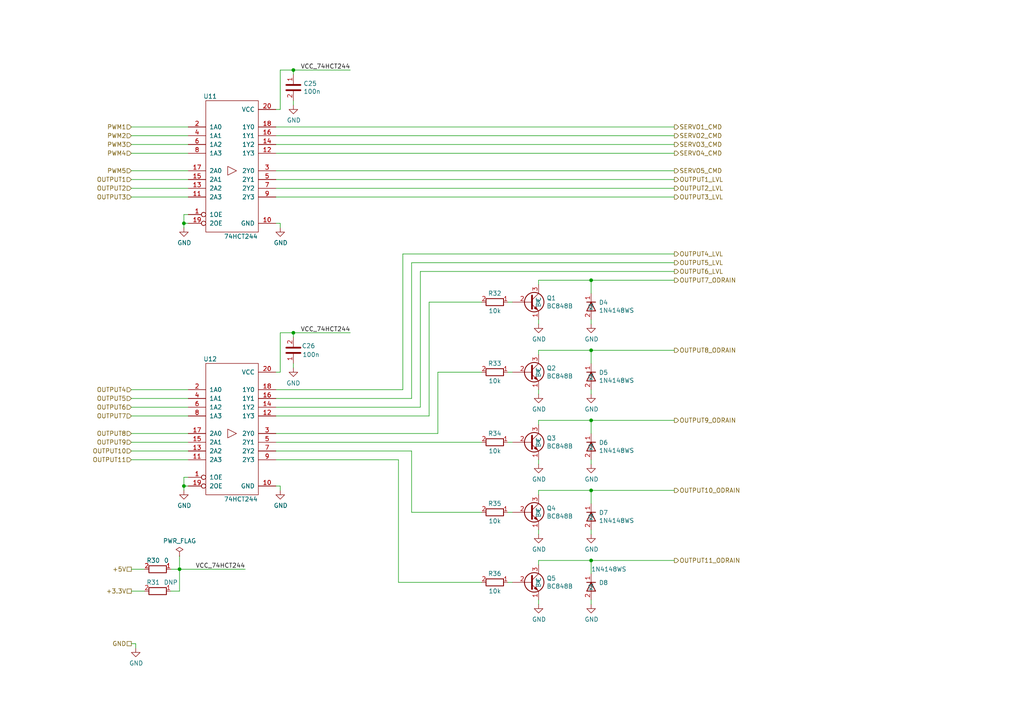
<source format=kicad_sch>
(kicad_sch (version 20211123) (generator eeschema)
  (paper "A4")
  (lib_symbols
    (symbol "74HCT244_1" (pin_names (offset 1.016))
      (property "Reference" "U" (at -6.35 21.59 0))
      (property "Value" "74HCT244_1" (at 2.54 -19.05 0))
      (symbol "74HCT244_1_0_1"
        (rectangle (start 7.62 20.32) (end -7.62 -17.78))
      )
      (symbol "74HCT244_1_1_1"
        (polyline (pts (xy 1.27 0) (xy -1.27 1.27) (xy -1.27 -1.27) (xy 1.27 0)) (stroke (width 0.1524)))
        (pin input inverted (at -12.7 -12.7 0) (length 5.08) (name "1OE") (number "1"))
        (pin passive line (at 12.7 -15.24 180) (length 5.08) (name "GND") (number "10"))
        (pin input line (at -12.7 -7.62 0) (length 5.08) (name "2A3") (number "11"))
        (pin tri_state line (at 12.7 5.08 180) (length 5.08) (name "1Y3") (number "12"))
        (pin input line (at -12.7 -5.08 0) (length 5.08) (name "2A2") (number "13"))
        (pin tri_state line (at 12.7 7.62 180) (length 5.08) (name "1Y2") (number "14"))
        (pin input line (at -12.7 -2.54 0) (length 5.08) (name "2A1") (number "15"))
        (pin tri_state line (at 12.7 10.16 180) (length 5.08) (name "1Y1") (number "16"))
        (pin input line (at -12.7 0 0) (length 5.08) (name "2A0") (number "17"))
        (pin tri_state line (at 12.7 12.7 180) (length 5.08) (name "1Y0") (number "18"))
        (pin input inverted (at -12.7 -15.24 0) (length 5.08) (name "2OE") (number "19"))
        (pin input line (at -12.7 12.7 0) (length 5.08) (name "1A0") (number "2"))
        (pin power_in line (at 12.7 17.78 180) (length 5.08) (name "VCC") (number "20"))
        (pin tri_state line (at 12.7 0 180) (length 5.08) (name "2Y0") (number "3"))
        (pin input line (at -12.7 10.16 0) (length 5.08) (name "1A1") (number "4"))
        (pin tri_state line (at 12.7 -2.54 180) (length 5.08) (name "2Y1") (number "5"))
        (pin input line (at -12.7 7.62 0) (length 5.08) (name "1A2") (number "6"))
        (pin tri_state line (at 12.7 -5.08 180) (length 5.08) (name "2Y2") (number "7"))
        (pin input line (at -12.7 5.08 0) (length 5.08) (name "1A3") (number "8"))
        (pin tri_state line (at 12.7 -7.62 180) (length 5.08) (name "2Y3") (number "9"))
      )
    )
    (symbol "p_Diode:1N4148WS" (pin_names (offset 1.016))
      (property "Reference" "D" (at 0 3.81 0))
      (property "Value" "1N4148WS" (at 0 -2.54 0))
      (symbol "1N4148WS_1_1"
        (polyline (pts (xy -1.27 1.27) (xy -1.27 -1.27)) (stroke (width 0.254)))
        (polyline (pts (xy 1.27 0) (xy -1.27 0)))
        (polyline (pts (xy 1.27 1.27) (xy 1.27 -1.27) (xy -1.27 0) (xy 1.27 1.27)) (stroke (width 0.254)))
        (pin passive line (at -3.81 0 0) (length 2.54) (name "K") (number "1"))
        (pin passive line (at 3.81 0 180) (length 2.54) (name "A") (number "2"))
      )
    )
    (symbol "p_Logic:74HCT244" (pin_names (offset 1.016))
      (property "Reference" "U" (at -6.35 21.59 0))
      (property "Value" "74HCT244" (at 2.54 -19.05 0))
      (symbol "74HCT244_0_1"
        (rectangle (start 7.62 20.32) (end -7.62 -17.78))
      )
      (symbol "74HCT244_1_1"
        (polyline (pts (xy 1.27 0) (xy -1.27 1.27) (xy -1.27 -1.27) (xy 1.27 0)) (stroke (width 0.1524)))
        (pin input inverted (at -12.7 -12.7 0) (length 5.08) (name "1OE") (number "1"))
        (pin passive line (at 12.7 -15.24 180) (length 5.08) (name "GND") (number "10"))
        (pin input line (at -12.7 -7.62 0) (length 5.08) (name "2A3") (number "11"))
        (pin tri_state line (at 12.7 5.08 180) (length 5.08) (name "1Y3") (number "12"))
        (pin input line (at -12.7 -5.08 0) (length 5.08) (name "2A2") (number "13"))
        (pin tri_state line (at 12.7 7.62 180) (length 5.08) (name "1Y2") (number "14"))
        (pin input line (at -12.7 -2.54 0) (length 5.08) (name "2A1") (number "15"))
        (pin tri_state line (at 12.7 10.16 180) (length 5.08) (name "1Y1") (number "16"))
        (pin input line (at -12.7 0 0) (length 5.08) (name "2A0") (number "17"))
        (pin tri_state line (at 12.7 12.7 180) (length 5.08) (name "1Y0") (number "18"))
        (pin input inverted (at -12.7 -15.24 0) (length 5.08) (name "2OE") (number "19"))
        (pin input line (at -12.7 12.7 0) (length 5.08) (name "1A0") (number "2"))
        (pin power_in line (at 12.7 17.78 180) (length 5.08) (name "VCC") (number "20"))
        (pin tri_state line (at 12.7 0 180) (length 5.08) (name "2Y0") (number "3"))
        (pin input line (at -12.7 10.16 0) (length 5.08) (name "1A1") (number "4"))
        (pin tri_state line (at 12.7 -2.54 180) (length 5.08) (name "2Y1") (number "5"))
        (pin input line (at -12.7 7.62 0) (length 5.08) (name "1A2") (number "6"))
        (pin tri_state line (at 12.7 -5.08 180) (length 5.08) (name "2Y2") (number "7"))
        (pin input line (at -12.7 5.08 0) (length 5.08) (name "1A3") (number "8"))
        (pin tri_state line (at 12.7 -7.62 180) (length 5.08) (name "2Y3") (number "9"))
      )
    )
    (symbol "p_Passive:C_0603" (pin_names (offset 0) hide)
      (property "Reference" "C" (at 0 0 0))
      (property "Value" "C_0603" (at 0 0 0))
      (symbol "C_0603_1_1"
        (polyline (pts (xy -2.032 -0.762) (xy 2.032 -0.762)) (stroke (width 0.508)))
        (polyline (pts (xy -2.032 0.762) (xy 2.032 0.762)) (stroke (width 0.508)))
        (pin passive line (at 0 3.81 270) (length 2.794) (name "~") (number "1"))
        (pin passive line (at 0 -3.81 90) (length 2.794) (name "~") (number "2"))
      )
    )
    (symbol "p_Passive:R_0603" (pin_names (offset 0) hide)
      (property "Reference" "R" (at 0 0 0))
      (property "Value" "R_0603" (at 0 0 0))
      (symbol "R_0603_1_1"
        (rectangle (start -1.016 -2.54) (end 1.016 2.54) (stroke (width 0.254)))
        (pin passive line (at 0 3.81 270) (length 1.27) (name "~") (number "1"))
        (pin passive line (at 0 -3.81 90) (length 1.27) (name "~") (number "2"))
      )
    )
    (symbol "p_Transistor_bipolar:BC848B" (pin_names (offset 1.016))
      (property "Reference" "Q" (at 0 -7.62 0))
      (property "Value" "BC848B" (at -5.08 -6.35 0))
      (symbol "BC848B_1_1"
        (circle (center -1.27 0) (radius 2.8194) (stroke (width 0.254)))
        (polyline (pts (xy -1.905 0.635) (xy 0 2.54)))
        (polyline (pts (xy -1.905 -0.635) (xy 0 -2.54) (xy 0 -2.54)))
        (polyline (pts (xy -1.905 1.905) (xy -1.905 -1.905) (xy -1.905 -1.905)) (stroke (width 0.508)))
        (polyline (pts (xy -1.27 -1.778) (xy -0.762 -1.27) (xy -0.254 -2.286) (xy -1.27 -1.778) (xy -1.27 -1.778)) (fill (type outline)))
        (pin passive line (at 0 -5.08 90) (length 2.54) (name "E") (number "1"))
        (pin passive line (at -7.62 0 0) (length 5.715) (name "B") (number "2"))
        (pin passive line (at 0 5.08 270) (length 2.54) (name "C") (number "3"))
      )
    )
    (symbol "power:GND" (power) (pin_names (offset 0))
      (property "Value" "GND" (at 0 -3.81 0))
      (symbol "GND_0_1"
        (polyline (pts (xy 0 0) (xy 0 -1.27) (xy 1.27 -1.27) (xy 0 -2.54) (xy -1.27 -1.27) (xy 0 -1.27)))
      )
      (symbol "GND_1_1"
        (pin power_in line (at 0 0 270) (length 0) hide (name "GND") (number "1"))
      )
    )
    (symbol "power:PWR_FLAG" (power) (pin_numbers hide) (pin_names (offset 0) hide)
      (property "Value" "PWR_FLAG" (at 0 3.81 0))
      (symbol "PWR_FLAG_0_0"
        (pin power_out line (at 0 0 90) (length 0) (name "pwr") (number "1"))
      )
      (symbol "PWR_FLAG_0_1"
        (polyline (pts (xy 0 0) (xy 0 1.27) (xy -1.016 1.905) (xy 0 2.54) (xy 1.016 1.905) (xy 0 1.27)))
      )
    )
  )
  (junction (at 171.45 101.6))
  (junction (at 171.45 121.92))
  (junction (at 171.45 142.24))
  (junction (at 171.45 162.56))
  (junction (at 53.34 140.97))
  (junction (at 53.34 64.77))
  (junction (at 85.09 20.32))
  (junction (at 85.09 96.52))
  (junction (at 52.07 165.1))
  (junction (at 171.45 81.28))
  (wire (pts (xy 85.09 105.41) (xy 85.09 106.68)))
  (wire (pts (xy 119.38 130.81) (xy 119.38 148.59)))
  (wire (pts (xy 38.1 115.57) (xy 54.61 115.57)))
  (wire (pts (xy 38.1 54.61) (xy 54.61 54.61)))
  (wire (pts (xy 171.45 105.41) (xy 171.45 101.6)))
  (wire (pts (xy 80.01 57.15) (xy 195.58 57.15)))
  (wire (pts (xy 115.57 133.35) (xy 115.57 168.91)))
  (wire (pts (xy 80.01 31.75) (xy 81.28 31.75)))
  (wire (pts (xy 116.84 73.66) (xy 195.58 73.66)))
  (wire (pts (xy 38.1 39.37) (xy 54.61 39.37)))
  (wire (pts (xy 53.34 62.23) (xy 54.61 62.23)))
  (wire (pts (xy 171.45 121.92) (xy 195.58 121.92)))
  (wire (pts (xy 156.21 81.28) (xy 171.45 81.28)))
  (wire (pts (xy 53.34 62.23) (xy 53.34 64.77)))
  (wire (pts (xy 171.45 85.09) (xy 171.45 81.28)))
  (wire (pts (xy 85.09 96.52) (xy 85.09 97.79)))
  (wire (pts (xy 81.28 140.97) (xy 81.28 142.24)))
  (wire (pts (xy 171.45 162.56) (xy 195.58 162.56)))
  (wire (pts (xy 156.21 81.28) (xy 156.21 82.55)))
  (wire (pts (xy 156.21 163.83) (xy 156.21 162.56)))
  (wire (pts (xy 156.21 121.92) (xy 171.45 121.92)))
  (wire (pts (xy 38.1 44.45) (xy 54.61 44.45)))
  (wire (pts (xy 38.1 57.15) (xy 54.61 57.15)))
  (wire (pts (xy 124.46 87.63) (xy 139.7 87.63)))
  (wire (pts (xy 53.34 64.77) (xy 53.34 66.04)))
  (wire (pts (xy 80.01 41.91) (xy 195.58 41.91)))
  (wire (pts (xy 38.1 52.07) (xy 54.61 52.07)))
  (wire (pts (xy 119.38 115.57) (xy 80.01 115.57)))
  (wire (pts (xy 124.46 120.65) (xy 124.46 87.63)))
  (wire (pts (xy 121.92 78.74) (xy 195.58 78.74)))
  (wire (pts (xy 156.21 142.24) (xy 171.45 142.24)))
  (wire (pts (xy 80.01 130.81) (xy 119.38 130.81)))
  (wire (pts (xy 80.01 140.97) (xy 81.28 140.97)))
  (wire (pts (xy 171.45 81.28) (xy 195.58 81.28)))
  (wire (pts (xy 81.28 20.32) (xy 85.09 20.32)))
  (wire (pts (xy 80.01 64.77) (xy 81.28 64.77)))
  (wire (pts (xy 80.01 52.07) (xy 195.58 52.07)))
  (wire (pts (xy 156.21 102.87) (xy 156.21 101.6)))
  (wire (pts (xy 49.53 165.1) (xy 52.07 165.1)))
  (wire (pts (xy 52.07 161.29) (xy 52.07 165.1)))
  (wire (pts (xy 171.45 125.73) (xy 171.45 121.92)))
  (wire (pts (xy 52.07 165.1) (xy 71.12 165.1)))
  (wire (pts (xy 81.28 96.52) (xy 85.09 96.52)))
  (wire (pts (xy 195.58 76.2) (xy 119.38 76.2)))
  (wire (pts (xy 85.09 29.21) (xy 85.09 30.48)))
  (wire (pts (xy 38.1 125.73) (xy 54.61 125.73)))
  (wire (pts (xy 147.32 148.59) (xy 148.59 148.59)))
  (wire (pts (xy 156.21 92.71) (xy 156.21 93.98)))
  (wire (pts (xy 171.45 146.05) (xy 171.45 142.24)))
  (wire (pts (xy 38.1 41.91) (xy 54.61 41.91)))
  (wire (pts (xy 38.1 165.1) (xy 41.91 165.1)))
  (wire (pts (xy 53.34 140.97) (xy 53.34 142.24)))
  (wire (pts (xy 38.1 186.69) (xy 39.37 186.69)))
  (wire (pts (xy 38.1 49.53) (xy 54.61 49.53)))
  (wire (pts (xy 85.09 20.32) (xy 101.6 20.32)))
  (wire (pts (xy 171.45 166.37) (xy 171.45 162.56)))
  (wire (pts (xy 156.21 143.51) (xy 156.21 142.24)))
  (wire (pts (xy 119.38 148.59) (xy 139.7 148.59)))
  (wire (pts (xy 171.45 92.71) (xy 171.45 93.98)))
  (wire (pts (xy 171.45 133.35) (xy 171.45 134.62)))
  (wire (pts (xy 85.09 20.32) (xy 85.09 21.59)))
  (wire (pts (xy 127 107.95) (xy 127 125.73)))
  (wire (pts (xy 115.57 168.91) (xy 139.7 168.91)))
  (wire (pts (xy 38.1 128.27) (xy 54.61 128.27)))
  (wire (pts (xy 156.21 123.19) (xy 156.21 121.92)))
  (wire (pts (xy 80.01 120.65) (xy 124.46 120.65)))
  (wire (pts (xy 121.92 118.11) (xy 121.92 78.74)))
  (wire (pts (xy 39.37 186.69) (xy 39.37 187.96)))
  (wire (pts (xy 38.1 120.65) (xy 54.61 120.65)))
  (wire (pts (xy 156.21 173.99) (xy 156.21 175.26)))
  (wire (pts (xy 85.09 96.52) (xy 101.6 96.52)))
  (wire (pts (xy 171.45 173.99) (xy 171.45 175.26)))
  (wire (pts (xy 171.45 142.24) (xy 195.58 142.24)))
  (wire (pts (xy 52.07 171.45) (xy 49.53 171.45)))
  (wire (pts (xy 80.01 107.95) (xy 81.28 107.95)))
  (wire (pts (xy 171.45 153.67) (xy 171.45 154.94)))
  (wire (pts (xy 81.28 96.52) (xy 81.28 107.95)))
  (wire (pts (xy 171.45 101.6) (xy 195.58 101.6)))
  (wire (pts (xy 147.32 87.63) (xy 148.59 87.63)))
  (wire (pts (xy 38.1 133.35) (xy 54.61 133.35)))
  (wire (pts (xy 156.21 153.67) (xy 156.21 154.94)))
  (wire (pts (xy 80.01 44.45) (xy 195.58 44.45)))
  (wire (pts (xy 147.32 168.91) (xy 148.59 168.91)))
  (wire (pts (xy 156.21 133.35) (xy 156.21 134.62)))
  (wire (pts (xy 38.1 118.11) (xy 54.61 118.11)))
  (wire (pts (xy 156.21 101.6) (xy 171.45 101.6)))
  (wire (pts (xy 80.01 118.11) (xy 121.92 118.11)))
  (wire (pts (xy 80.01 125.73) (xy 127 125.73)))
  (wire (pts (xy 116.84 113.03) (xy 116.84 73.66)))
  (wire (pts (xy 80.01 39.37) (xy 195.58 39.37)))
  (wire (pts (xy 147.32 107.95) (xy 148.59 107.95)))
  (wire (pts (xy 171.45 113.03) (xy 171.45 114.3)))
  (wire (pts (xy 38.1 130.81) (xy 54.61 130.81)))
  (wire (pts (xy 80.01 54.61) (xy 195.58 54.61)))
  (wire (pts (xy 53.34 138.43) (xy 53.34 140.97)))
  (wire (pts (xy 80.01 49.53) (xy 195.58 49.53)))
  (wire (pts (xy 52.07 165.1) (xy 52.07 171.45)))
  (wire (pts (xy 38.1 113.03) (xy 54.61 113.03)))
  (wire (pts (xy 38.1 171.45) (xy 41.91 171.45)))
  (wire (pts (xy 81.28 31.75) (xy 81.28 20.32)))
  (wire (pts (xy 80.01 36.83) (xy 195.58 36.83)))
  (wire (pts (xy 127 107.95) (xy 139.7 107.95)))
  (wire (pts (xy 80.01 133.35) (xy 115.57 133.35)))
  (wire (pts (xy 53.34 138.43) (xy 54.61 138.43)))
  (wire (pts (xy 80.01 113.03) (xy 116.84 113.03)))
  (wire (pts (xy 54.61 140.97) (xy 53.34 140.97)))
  (wire (pts (xy 119.38 76.2) (xy 119.38 115.57)))
  (wire (pts (xy 53.34 64.77) (xy 54.61 64.77)))
  (wire (pts (xy 156.21 113.03) (xy 156.21 114.3)))
  (wire (pts (xy 81.28 64.77) (xy 81.28 66.04)))
  (wire (pts (xy 156.21 162.56) (xy 171.45 162.56)))
  (wire (pts (xy 147.32 128.27) (xy 148.59 128.27)))
  (wire (pts (xy 38.1 36.83) (xy 54.61 36.83)))
  (wire (pts (xy 80.01 128.27) (xy 139.7 128.27)))
  (label "VCC_74HCT244" (at 101.6 96.52 180))
  (label "VCC_74HCT244" (at 101.6 20.32 180))
  (label "VCC_74HCT244" (at 71.12 165.1 180))
  (hierarchical_label "SERVO3_CMD" (shape output) (at 195.58 41.91 0))
  (hierarchical_label "OUTPUT9_ODRAIN" (shape output) (at 195.58 121.92 0))
  (hierarchical_label "SERVO1_CMD" (shape output) (at 195.58 36.83 0))
  (hierarchical_label "OUTPUT6" (shape input) (at 38.1 118.11 180))
  (hierarchical_label "OUTPUT11_ODRAIN" (shape output) (at 195.58 162.56 0))
  (hierarchical_label "OUTPUT8" (shape input) (at 38.1 125.73 180))
  (hierarchical_label "OUTPUT7" (shape input) (at 38.1 120.65 180))
  (hierarchical_label "OUTPUT3_LVL" (shape output) (at 195.58 57.15 0))
  (hierarchical_label "OUTPUT10_ODRAIN" (shape output) (at 195.58 142.24 0))
  (hierarchical_label "GND" (shape passive) (at 38.1 186.69 180))
  (hierarchical_label "OUTPUT7_ODRAIN" (shape output) (at 195.58 81.28 0))
  (hierarchical_label "OUTPUT2" (shape input) (at 38.1 54.61 180))
  (hierarchical_label "OUTPUT5" (shape input) (at 38.1 115.57 180))
  (hierarchical_label "SERVO2_CMD" (shape output) (at 195.58 39.37 0))
  (hierarchical_label "PWM5" (shape input) (at 38.1 49.53 180))
  (hierarchical_label "SERVO5_CMD" (shape output) (at 195.58 49.53 0))
  (hierarchical_label "OUTPUT9" (shape input) (at 38.1 128.27 180))
  (hierarchical_label "OUTPUT2_LVL" (shape output) (at 195.58 54.61 0))
  (hierarchical_label "OUTPUT4_LVL" (shape output) (at 195.58 73.66 0))
  (hierarchical_label "PWM4" (shape input) (at 38.1 44.45 180))
  (hierarchical_label "OUTPUT3" (shape input) (at 38.1 57.15 180))
  (hierarchical_label "OUTPUT1_LVL" (shape output) (at 195.58 52.07 0))
  (hierarchical_label "OUTPUT6_LVL" (shape output) (at 195.58 78.74 0))
  (hierarchical_label "OUTPUT10" (shape input) (at 38.1 130.81 180))
  (hierarchical_label "PWM2" (shape input) (at 38.1 39.37 180))
  (hierarchical_label "PWM1" (shape input) (at 38.1 36.83 180))
  (hierarchical_label "OUTPUT11" (shape input) (at 38.1 133.35 180))
  (hierarchical_label "OUTPUT5_LVL" (shape output) (at 195.58 76.2 0))
  (hierarchical_label "PWM3" (shape input) (at 38.1 41.91 180))
  (hierarchical_label "+5V" (shape passive) (at 38.1 165.1 180))
  (hierarchical_label "OUTPUT1" (shape input) (at 38.1 52.07 180))
  (hierarchical_label "SERVO4_CMD" (shape output) (at 195.58 44.45 0))
  (hierarchical_label "+3.3V" (shape passive) (at 38.1 171.45 180))
  (hierarchical_label "OUTPUT4" (shape input) (at 38.1 113.03 180))
  (hierarchical_label "OUTPUT8_ODRAIN" (shape output) (at 195.58 101.6 0))
  (symbol (lib_name "74HCT244_1") (lib_id "p_Logic:74HCT244") (at 67.31 49.53 0) (unit 1)
    (property "Reference" "U11" (at 60.96 27.94 0))
    (property "Value" "74HCT244" (at 69.85 68.58 0))
    (property "Footprint" "p_Package_SO:SOIC-20W_7.5x12.8mm_P1.27mm" (effects hide))
    (property "Datasheet" "${KI_PERSO_COMPLIB}/datasheets/p_Logic/74HC_HCT244.pdf" (effects hide))
  )
  (symbol (lib_id "p_Logic:74HCT244") (at 67.31 125.73 0) (unit 1)
    (property "Reference" "U12" (at 60.96 104.14 0))
    (property "Value" "74HCT244" (at 69.85 144.78 0))
    (property "Footprint" "p_Package_SO:SOIC-20W_7.5x12.8mm_P1.27mm" (effects hide))
    (property "Datasheet" "${KI_PERSO_COMPLIB}/datasheets/p_Logic/74HC_HCT244.pdf" (effects hide))
  )
  (symbol (lib_id "power:GND") (at 81.28 66.04 0) (unit 1)
    (property "Reference" "#PWR092" (effects hide))
    (property "Value" "GND" (at 81.407 70.4342 0))
  )
  (symbol (lib_id "power:GND") (at 53.34 66.04 0) (unit 1)
    (property "Reference" "#PWR090" (effects hide))
    (property "Value" "GND" (at 53.467 70.4342 0))
  )
  (symbol (lib_id "power:GND") (at 81.28 142.24 0) (unit 1)
    (property "Reference" "#PWR093" (effects hide))
    (property "Value" "GND" (at 81.407 146.6342 0))
  )
  (symbol (lib_id "power:GND") (at 53.34 142.24 0) (unit 1)
    (property "Reference" "#PWR091" (effects hide))
    (property "Value" "GND" (at 53.467 146.6342 0))
  )
  (symbol (lib_id "p_Passive:R_0603") (at 45.72 165.1 270) (unit 1)
    (property "Reference" "R30" (at 44.45 162.56 90))
    (property "Value" "0" (at 48.26 162.56 90))
    (property "Footprint" "p_Package_Resistor_SMD:R_0603_1608Metric_Pad0.98x0.95mm_HandSolder" (effects hide))
  )
  (symbol (lib_id "p_Passive:R_0603") (at 45.72 171.45 270) (unit 1)
    (property "Reference" "R31" (at 44.45 168.91 90))
    (property "Value" "DNP" (at 49.53 168.91 90))
    (property "Footprint" "p_Package_Resistor_SMD:R_0603_1608Metric_Pad0.98x0.95mm_HandSolder" (effects hide))
  )
  (symbol (lib_id "power:PWR_FLAG") (at 52.07 161.29 0) (unit 1)
    (property "Reference" "#FLG03" (effects hide))
    (property "Value" "PWR_FLAG" (at 52.07 156.8958 0))
  )
  (symbol (lib_id "p_Transistor_bipolar:BC848B") (at 156.21 87.63 0) (unit 1)
    (property "Reference" "Q1" (at 158.5214 86.4616 0) (effects (justify left)))
    (property "Value" "BC848B" (at 158.5214 88.773 0) (effects (justify left)))
    (property "Footprint" "p_Package_SOT:SOT-23" (effects hide))
    (property "Datasheet" "${KI_PERSO_COMPLIB}/datasheets/p_Transistor_bipolar/BC848.pdf" (effects hide))
  )
  (symbol (lib_id "power:GND") (at 156.21 93.98 0) (unit 1)
    (property "Reference" "#PWR096" (effects hide))
    (property "Value" "GND" (at 156.337 98.3742 0))
  )
  (symbol (lib_id "p_Passive:R_0603") (at 143.51 87.63 270) (unit 1)
    (property "Reference" "R32" (at 143.51 85.09 90))
    (property "Value" "10k" (at 143.51 90.17 90))
    (property "Footprint" "p_Package_Resistor_SMD:R_0603_1608Metric_Pad0.98x0.95mm_HandSolder" (effects hide))
  )
  (symbol (lib_id "p_Transistor_bipolar:BC848B") (at 156.21 107.95 0) (unit 1)
    (property "Reference" "Q2" (at 158.5214 106.7816 0) (effects (justify left)))
    (property "Value" "BC848B" (at 158.5214 109.093 0) (effects (justify left)))
    (property "Footprint" "p_Package_SOT:SOT-23" (effects hide))
    (property "Datasheet" "${KI_PERSO_COMPLIB}/datasheets/p_Transistor_bipolar/BC848.pdf" (effects hide))
  )
  (symbol (lib_id "power:GND") (at 156.21 114.3 0) (unit 1)
    (property "Reference" "#PWR097" (effects hide))
    (property "Value" "GND" (at 156.337 118.6942 0))
  )
  (symbol (lib_id "p_Passive:R_0603") (at 143.51 107.95 270) (unit 1)
    (property "Reference" "R33" (at 143.51 105.41 90))
    (property "Value" "10k" (at 143.51 110.49 90))
    (property "Footprint" "p_Package_Resistor_SMD:R_0603_1608Metric_Pad0.98x0.95mm_HandSolder" (effects hide))
  )
  (symbol (lib_id "p_Transistor_bipolar:BC848B") (at 156.21 128.27 0) (unit 1)
    (property "Reference" "Q3" (at 158.5214 127.1016 0) (effects (justify left)))
    (property "Value" "BC848B" (at 158.5214 129.413 0) (effects (justify left)))
    (property "Footprint" "p_Package_SOT:SOT-23" (effects hide))
    (property "Datasheet" "${KI_PERSO_COMPLIB}/datasheets/p_Transistor_bipolar/BC848.pdf" (effects hide))
  )
  (symbol (lib_id "power:GND") (at 156.21 134.62 0) (unit 1)
    (property "Reference" "#PWR098" (effects hide))
    (property "Value" "GND" (at 156.337 139.0142 0))
  )
  (symbol (lib_id "p_Passive:R_0603") (at 143.51 128.27 270) (unit 1)
    (property "Reference" "R34" (at 143.51 125.73 90))
    (property "Value" "10k" (at 143.51 130.81 90))
    (property "Footprint" "p_Package_Resistor_SMD:R_0603_1608Metric_Pad0.98x0.95mm_HandSolder" (effects hide))
  )
  (symbol (lib_id "p_Transistor_bipolar:BC848B") (at 156.21 148.59 0) (unit 1)
    (property "Reference" "Q4" (at 158.5214 147.4216 0) (effects (justify left)))
    (property "Value" "BC848B" (at 158.5214 149.733 0) (effects (justify left)))
    (property "Footprint" "p_Package_SOT:SOT-23" (effects hide))
    (property "Datasheet" "${KI_PERSO_COMPLIB}/datasheets/p_Transistor_bipolar/BC848.pdf" (effects hide))
  )
  (symbol (lib_id "power:GND") (at 156.21 154.94 0) (unit 1)
    (property "Reference" "#PWR099" (effects hide))
    (property "Value" "GND" (at 156.337 159.3342 0))
  )
  (symbol (lib_id "p_Passive:R_0603") (at 143.51 148.59 270) (unit 1)
    (property "Reference" "R35" (at 143.51 146.05 90))
    (property "Value" "10k" (at 143.51 151.13 90))
    (property "Footprint" "p_Package_Resistor_SMD:R_0603_1608Metric_Pad0.98x0.95mm_HandSolder" (effects hide))
  )
  (symbol (lib_id "p_Transistor_bipolar:BC848B") (at 156.21 168.91 0) (unit 1)
    (property "Reference" "Q5" (at 158.5214 167.7416 0) (effects (justify left)))
    (property "Value" "BC848B" (at 158.5214 170.053 0) (effects (justify left)))
    (property "Footprint" "p_Package_SOT:SOT-23" (effects hide))
    (property "Datasheet" "${KI_PERSO_COMPLIB}/datasheets/p_Transistor_bipolar/BC848.pdf" (effects hide))
  )
  (symbol (lib_id "power:GND") (at 156.21 175.26 0) (unit 1)
    (property "Reference" "#PWR0100" (effects hide))
    (property "Value" "GND" (at 156.337 179.6542 0))
  )
  (symbol (lib_id "p_Passive:R_0603") (at 143.51 168.91 270) (unit 1)
    (property "Reference" "R36" (at 143.51 166.37 90))
    (property "Value" "10k" (at 143.51 171.45 90))
    (property "Footprint" "p_Package_Resistor_SMD:R_0603_1608Metric_Pad0.98x0.95mm_HandSolder" (effects hide))
  )
  (symbol (lib_id "p_Diode:1N4148WS") (at 171.45 88.9 270) (unit 1)
    (property "Reference" "D4" (at 173.6852 87.7316 90) (effects (justify left)))
    (property "Value" "1N4148WS" (at 173.6852 90.043 90) (effects (justify left)))
    (property "Footprint" "p_Package_Diode_SMD:D_SOD-323_HandSoldering" (effects hide))
  )
  (symbol (lib_id "power:GND") (at 171.45 93.98 0) (unit 1)
    (property "Reference" "#PWR0101" (effects hide))
    (property "Value" "GND" (at 171.577 98.3742 0))
  )
  (symbol (lib_id "p_Diode:1N4148WS") (at 171.45 109.22 270) (unit 1)
    (property "Reference" "D5" (at 173.6852 108.0516 90) (effects (justify left)))
    (property "Value" "1N4148WS" (at 173.6852 110.363 90) (effects (justify left)))
    (property "Footprint" "p_Package_Diode_SMD:D_SOD-323_HandSoldering" (effects hide))
  )
  (symbol (lib_id "power:GND") (at 171.45 114.3 0) (unit 1)
    (property "Reference" "#PWR0102" (effects hide))
    (property "Value" "GND" (at 171.577 118.6942 0))
  )
  (symbol (lib_id "p_Diode:1N4148WS") (at 171.45 129.54 270) (unit 1)
    (property "Reference" "D6" (at 173.6852 128.3716 90) (effects (justify left)))
    (property "Value" "1N4148WS" (at 173.6852 130.683 90) (effects (justify left)))
    (property "Footprint" "p_Package_Diode_SMD:D_SOD-323_HandSoldering" (effects hide))
  )
  (symbol (lib_id "power:GND") (at 171.45 134.62 0) (unit 1)
    (property "Reference" "#PWR0103" (effects hide))
    (property "Value" "GND" (at 171.577 139.0142 0))
  )
  (symbol (lib_id "p_Diode:1N4148WS") (at 171.45 149.86 270) (unit 1)
    (property "Reference" "D7" (at 173.6852 148.6916 90) (effects (justify left)))
    (property "Value" "1N4148WS" (at 173.6852 151.003 90) (effects (justify left)))
    (property "Footprint" "p_Package_Diode_SMD:D_SOD-323_HandSoldering" (effects hide))
  )
  (symbol (lib_id "power:GND") (at 171.45 154.94 0) (unit 1)
    (property "Reference" "#PWR0104" (effects hide))
    (property "Value" "GND" (at 171.577 159.3342 0))
  )
  (symbol (lib_id "p_Diode:1N4148WS") (at 171.45 170.18 270) (unit 1)
    (property "Reference" "D8" (at 173.6852 169.0116 90) (effects (justify left)))
    (property "Value" "1N4148WS" (at 171.45 165.1 90) (effects (justify left)))
    (property "Footprint" "p_Package_Diode_SMD:D_SOD-323_HandSoldering" (effects hide))
  )
  (symbol (lib_id "power:GND") (at 171.45 175.26 0) (unit 1)
    (property "Reference" "#PWR0105" (effects hide))
    (property "Value" "GND" (at 171.577 179.6542 0))
  )
  (symbol (lib_id "power:GND") (at 39.37 187.96 0) (unit 1)
    (property "Reference" "#PWR089" (effects hide))
    (property "Value" "GND" (at 39.497 192.3542 0))
  )
  (symbol (lib_id "p_Passive:C_0603") (at 85.09 101.6 180) (unit 1)
    (property "Reference" "C26" (at 91.44 100.33 0) (effects (justify left)))
    (property "Value" "100n" (at 92.71 102.87 0) (effects (justify left)))
    (property "Footprint" "p_Package_Capacitor_SMD:C_0603_1608Metric_Pad1.08x0.95mm_HandSolder" (effects hide))
  )
  (symbol (lib_id "p_Passive:C_0603") (at 85.09 25.4 0) (unit 1)
    (property "Reference" "C25" (at 88.011 24.2316 0) (effects (justify left)))
    (property "Value" "100n" (at 88.011 26.543 0) (effects (justify left)))
    (property "Footprint" "p_Package_Capacitor_SMD:C_0603_1608Metric_Pad1.08x0.95mm_HandSolder" (effects hide))
  )
  (symbol (lib_id "power:GND") (at 85.09 30.48 0) (unit 1)
    (property "Reference" "#PWR094" (effects hide))
    (property "Value" "GND" (at 85.217 34.8742 0))
  )
  (symbol (lib_id "power:GND") (at 85.09 106.68 0) (unit 1)
    (property "Reference" "#PWR0110" (effects hide))
    (property "Value" "GND" (at 85.09 111.1234 0))
  )
)
</source>
